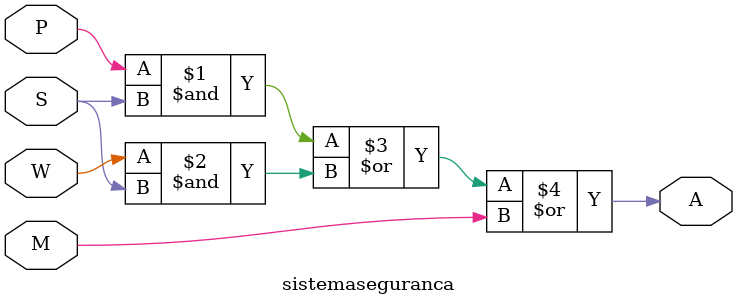
<source format=v>
module sistemaseguranca(P, W, M, S, A);

    input P, W, M, S;
    output A;

    assign A = (P & S) | (W & S) | M;


endmodule
</source>
